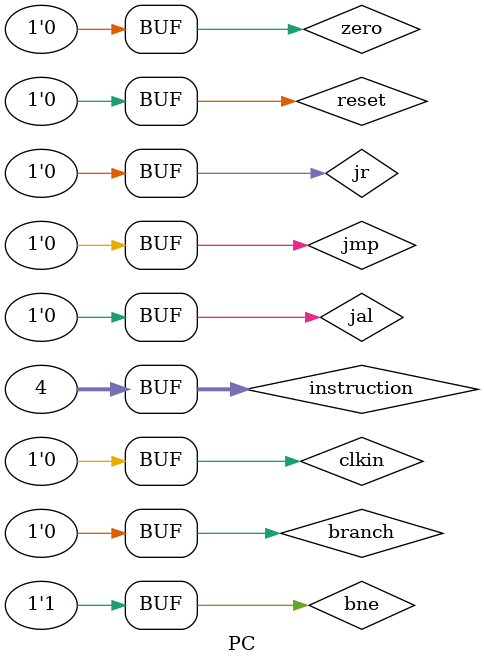
<source format=v>
`timescale 1ns / 1ps


module PC;
reg branch, zero,jmp;
reg clkin;wire [31:0] PC;
reg reset;
wire jal,jr;reg bne;
wire [31:0] instruction;
wire [31:0] branch_addr;
PCctr ut(
    .clkin(clkin),
    .reset(reset),
    .next_pc(PC),
    .branch(branch),
    .zero(zero),
    .jmp(jmp),
    .jal(jal),
    .jr(jr),
    .bne(bne),
    .branch_Addr(branch_addr),
    .instruction(instruction));    
assign instruction = 32'h0000_0004;
assign jal = 0;assign jr = 0;

parameter PERIOD = 20; 
initial begin
clkin = 0;
jmp = 0;
reset = 1;
branch = 0;
zero = 0;
bne = 0;
#10 clkin = 1;
#10 reset = 0;
end
always begin
clkin = 1;
#(PERIOD/2) clkin = 0;
#(PERIOD/2) ;
end
always begin
#500 
 branch = 1;
 zero = 1;
#20
 branch = 0;
 bne = 1;
#20 
 zero = 0;
end
endmodule


</source>
